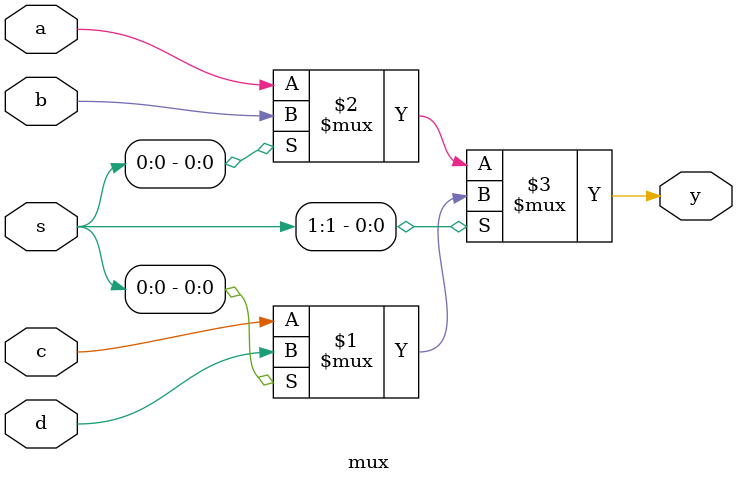
<source format=sv>
interface intf();
  logic [1:0] a;
  logic [1:0] b;
  logic [1:0] c;
  logic [1:0] d;
  logic [1:0] s;
  logic [1:0] y;
  modport driver (output a, b,c,d,s, input y);
  endinterface

module mux(a,b,c,d,s,y);
  input a, b,c,d;
  input [1:0] s;
  output y;
  assign y = s[1] ? (s[0] ? d : c) : (s[0] ? b : a);
endmodule

</source>
